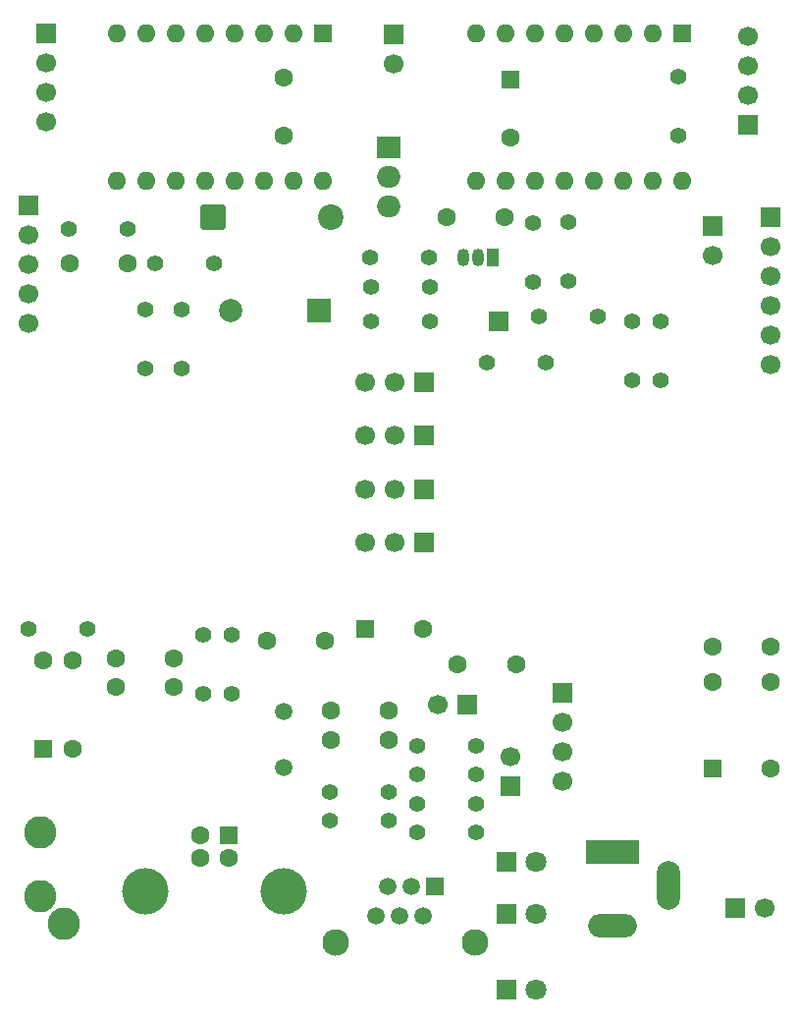
<source format=gbs>
%TF.GenerationSoftware,KiCad,Pcbnew,9.0.3*%
%TF.CreationDate,2025-07-31T09:26:23+09:00*%
%TF.ProjectId,OnStepJuwei17,4f6e5374-6570-44a7-9577-656931372e6b,rev?*%
%TF.SameCoordinates,Original*%
%TF.FileFunction,Soldermask,Bot*%
%TF.FilePolarity,Negative*%
%FSLAX46Y46*%
G04 Gerber Fmt 4.6, Leading zero omitted, Abs format (unit mm)*
G04 Created by KiCad (PCBNEW 9.0.3) date 2025-07-31 09:26:23*
%MOMM*%
%LPD*%
G01*
G04 APERTURE LIST*
G04 Aperture macros list*
%AMRoundRect*
0 Rectangle with rounded corners*
0 $1 Rounding radius*
0 $2 $3 $4 $5 $6 $7 $8 $9 X,Y pos of 4 corners*
0 Add a 4 corners polygon primitive as box body*
4,1,4,$2,$3,$4,$5,$6,$7,$8,$9,$2,$3,0*
0 Add four circle primitives for the rounded corners*
1,1,$1+$1,$2,$3*
1,1,$1+$1,$4,$5*
1,1,$1+$1,$6,$7*
1,1,$1+$1,$8,$9*
0 Add four rect primitives between the rounded corners*
20,1,$1+$1,$2,$3,$4,$5,0*
20,1,$1+$1,$4,$5,$6,$7,0*
20,1,$1+$1,$6,$7,$8,$9,0*
20,1,$1+$1,$8,$9,$2,$3,0*%
G04 Aperture macros list end*
%ADD10R,1.700000X1.700000*%
%ADD11C,1.700000*%
%ADD12C,1.600000*%
%ADD13C,1.400000*%
%ADD14R,4.600000X2.000000*%
%ADD15O,4.200000X2.000000*%
%ADD16O,2.000000X4.200000*%
%ADD17C,1.500000*%
%ADD18R,1.800000X1.800000*%
%ADD19C,1.800000*%
%ADD20RoundRect,0.249999X-0.850001X-0.850001X0.850001X-0.850001X0.850001X0.850001X-0.850001X0.850001X0*%
%ADD21C,2.200000*%
%ADD22RoundRect,0.250000X-0.550000X0.550000X-0.550000X-0.550000X0.550000X-0.550000X0.550000X0.550000X0*%
%ADD23R,2.000000X2.000000*%
%ADD24C,2.000000*%
%ADD25R,1.600000X1.600000*%
%ADD26C,4.000000*%
%ADD27RoundRect,0.250000X-0.550000X-0.550000X0.550000X-0.550000X0.550000X0.550000X-0.550000X0.550000X0*%
%ADD28O,1.600000X1.600000*%
%ADD29R,1.050000X1.500000*%
%ADD30O,1.050000X1.500000*%
%ADD31C,2.800000*%
%ADD32R,2.000000X1.905000*%
%ADD33O,2.000000X1.905000*%
%ADD34RoundRect,0.250000X0.550000X-0.550000X0.550000X0.550000X-0.550000X0.550000X-0.550000X-0.550000X0*%
%ADD35C,2.300000*%
%ADD36R,1.520000X1.520000*%
%ADD37C,1.520000*%
G04 APERTURE END LIST*
D10*
%TO.C,J8*%
X53500000Y-52690000D03*
D11*
X53500000Y-55230000D03*
X53500000Y-57770000D03*
X53500000Y-60310000D03*
%TD*%
D12*
%TO.C,C5*%
X78000000Y-111000000D03*
X83000000Y-111000000D03*
%TD*%
D10*
%TO.C,J9*%
X114000000Y-60540000D03*
D11*
X114000000Y-58000000D03*
X114000000Y-55460000D03*
X114000000Y-52920000D03*
%TD*%
D13*
%TO.C,R23*%
X86580000Y-77500000D03*
X81500000Y-77500000D03*
%TD*%
%TO.C,R9*%
X90540000Y-116500000D03*
X85460000Y-116500000D03*
%TD*%
D12*
%TO.C,C3*%
X59500000Y-109000000D03*
X64500000Y-109000000D03*
%TD*%
D13*
%TO.C,R5*%
X95500000Y-68960000D03*
X95500000Y-74040000D03*
%TD*%
D10*
%TO.C,J2*%
X111000000Y-69225000D03*
D11*
X111000000Y-71765000D03*
%TD*%
D12*
%TO.C,C1*%
X111000000Y-105500000D03*
X116000000Y-105500000D03*
%TD*%
D13*
%TO.C,R13*%
X68000000Y-72500000D03*
X62920000Y-72500000D03*
%TD*%
D14*
%TO.C,J15*%
X102350000Y-123200000D03*
D15*
X102350000Y-129500000D03*
D16*
X107150000Y-126100000D03*
%TD*%
D10*
%TO.C,J7*%
X93500000Y-117500000D03*
D11*
X93500000Y-114960000D03*
%TD*%
D10*
%TO.C,J12*%
X86080000Y-91910000D03*
D11*
X83540000Y-91910000D03*
X81000000Y-91910000D03*
%TD*%
D17*
%TO.C,Y1*%
X74000000Y-111060000D03*
X74000000Y-115940000D03*
%TD*%
D18*
%TO.C,D3*%
X93230000Y-128500000D03*
D19*
X95770000Y-128500000D03*
%TD*%
D13*
%TO.C,R10*%
X90540000Y-114000000D03*
X85460000Y-114000000D03*
%TD*%
D20*
%TO.C,D5*%
X67920000Y-68500000D03*
D21*
X78080000Y-68500000D03*
%TD*%
D12*
%TO.C,C12*%
X111000000Y-108500000D03*
X116000000Y-108500000D03*
%TD*%
D13*
%TO.C,R21*%
X86580000Y-74500000D03*
X81500000Y-74500000D03*
%TD*%
D10*
%TO.C,J18*%
X52000000Y-67460000D03*
D11*
X52000000Y-70000000D03*
X52000000Y-72540000D03*
X52000000Y-75080000D03*
X52000000Y-77620000D03*
%TD*%
D12*
%TO.C,C13*%
X74000000Y-56500000D03*
X74000000Y-61500000D03*
%TD*%
D13*
%TO.C,R18*%
X77960000Y-120500000D03*
X83040000Y-120500000D03*
%TD*%
D22*
%TO.C,C11*%
X93500000Y-56597349D03*
D12*
X93500000Y-61597349D03*
%TD*%
D13*
%TO.C,R12*%
X69500000Y-109580000D03*
X69500000Y-104500000D03*
%TD*%
D10*
%TO.C,J11*%
X86080000Y-87320000D03*
D11*
X83540000Y-87320000D03*
X81000000Y-87320000D03*
%TD*%
D23*
%TO.C,BZ1*%
X77000000Y-76500000D03*
D24*
X69400000Y-76500000D03*
%TD*%
D13*
%TO.C,R1*%
X104000000Y-77500000D03*
X104000000Y-82580000D03*
%TD*%
D12*
%TO.C,C4*%
X78000000Y-113500000D03*
X83000000Y-113500000D03*
%TD*%
D10*
%TO.C,J14*%
X116000000Y-68460000D03*
D11*
X116000000Y-71000000D03*
X116000000Y-73540000D03*
X116000000Y-76080000D03*
X116000000Y-78620000D03*
X116000000Y-81160000D03*
%TD*%
D25*
%TO.C,J5*%
X69250000Y-121712500D03*
D12*
X66750000Y-121712500D03*
X66750000Y-123712500D03*
X69250000Y-123712500D03*
D26*
X74000000Y-126572500D03*
X62000000Y-126572500D03*
%TD*%
D27*
%TO.C,C10*%
X111000000Y-116000000D03*
D12*
X116000000Y-116000000D03*
%TD*%
D25*
%TO.C,A2*%
X77390000Y-52660000D03*
D28*
X74850000Y-52660000D03*
X72310000Y-52660000D03*
X69770000Y-52660000D03*
X67230000Y-52660000D03*
X64690000Y-52660000D03*
X62150000Y-52660000D03*
X59610000Y-52660000D03*
X59610000Y-65360000D03*
X62150000Y-65360000D03*
X64690000Y-65360000D03*
X67230000Y-65360000D03*
X69770000Y-65360000D03*
X72310000Y-65360000D03*
X74850000Y-65360000D03*
X77390000Y-65360000D03*
%TD*%
D10*
%TO.C,J10*%
X86080000Y-82730000D03*
D11*
X83540000Y-82730000D03*
X81000000Y-82730000D03*
%TD*%
D13*
%TO.C,R19*%
X77960000Y-118000000D03*
X83040000Y-118000000D03*
%TD*%
D18*
%TO.C,D2*%
X93230000Y-135000000D03*
D19*
X95770000Y-135000000D03*
%TD*%
D13*
%TO.C,R6*%
X98500000Y-74000000D03*
X98500000Y-68920000D03*
%TD*%
%TO.C,R14*%
X65150000Y-76420000D03*
X65150000Y-81500000D03*
%TD*%
D29*
%TO.C,Q2*%
X92040000Y-72000000D03*
D30*
X90770000Y-72000000D03*
X89500000Y-72000000D03*
%TD*%
D25*
%TO.C,A1*%
X108390000Y-52660000D03*
D28*
X105850000Y-52660000D03*
X103310000Y-52660000D03*
X100770000Y-52660000D03*
X98230000Y-52660000D03*
X95690000Y-52660000D03*
X93150000Y-52660000D03*
X90610000Y-52660000D03*
X90610000Y-65360000D03*
X93150000Y-65360000D03*
X95690000Y-65360000D03*
X98230000Y-65360000D03*
X100770000Y-65360000D03*
X103310000Y-65360000D03*
X105850000Y-65360000D03*
X108390000Y-65360000D03*
%TD*%
D12*
%TO.C,C2*%
X59500000Y-106500000D03*
X64500000Y-106500000D03*
%TD*%
D13*
%TO.C,R8*%
X90540000Y-119000000D03*
X85460000Y-119000000D03*
%TD*%
D10*
%TO.C,J3*%
X92500000Y-77500000D03*
%TD*%
D13*
%TO.C,R7*%
X90540000Y-121500000D03*
X85460000Y-121500000D03*
%TD*%
D12*
%TO.C,C7*%
X55500000Y-72500000D03*
X60500000Y-72500000D03*
%TD*%
D31*
%TO.C,J20*%
X53000000Y-121500000D03*
X55000000Y-129400000D03*
X53000000Y-127000000D03*
%TD*%
D10*
%TO.C,J19*%
X83500000Y-52725000D03*
D11*
X83500000Y-55265000D03*
%TD*%
D10*
%TO.C,J13*%
X86080000Y-96500000D03*
D11*
X83540000Y-96500000D03*
X81000000Y-96500000D03*
%TD*%
D13*
%TO.C,R20*%
X55460000Y-69500000D03*
X60540000Y-69500000D03*
%TD*%
D32*
%TO.C,Q1*%
X83000000Y-62500000D03*
D33*
X83000000Y-65040000D03*
X83000000Y-67580000D03*
%TD*%
D13*
%TO.C,R2*%
X106500000Y-82540000D03*
X106500000Y-77460000D03*
%TD*%
D34*
%TO.C,U6*%
X53225000Y-114305000D03*
D12*
X55765000Y-114305000D03*
X55765000Y-106685000D03*
X53225000Y-106685000D03*
%TD*%
%TO.C,C8*%
X88000000Y-68500000D03*
X93000000Y-68500000D03*
%TD*%
%TO.C,C14*%
X89000000Y-107000000D03*
X94000000Y-107000000D03*
%TD*%
D13*
%TO.C,R22*%
X86500000Y-72000000D03*
X81420000Y-72000000D03*
%TD*%
%TO.C,R11*%
X67000000Y-104500000D03*
X67000000Y-109580000D03*
%TD*%
%TO.C,R16*%
X91500000Y-81000000D03*
X96580000Y-81000000D03*
%TD*%
D12*
%TO.C,C6*%
X72500000Y-105000000D03*
X77500000Y-105000000D03*
%TD*%
D13*
%TO.C,R15*%
X62000000Y-76420000D03*
X62000000Y-81500000D03*
%TD*%
D10*
%TO.C,J6*%
X98000000Y-109460000D03*
D11*
X98000000Y-112000000D03*
X98000000Y-114540000D03*
X98000000Y-117080000D03*
%TD*%
D13*
%TO.C,R4*%
X96000000Y-77000000D03*
X101080000Y-77000000D03*
%TD*%
%TO.C,R17*%
X52000000Y-104000000D03*
X57080000Y-104000000D03*
%TD*%
D18*
%TO.C,D1*%
X93230000Y-124000000D03*
D19*
X95770000Y-124000000D03*
%TD*%
D10*
%TO.C,J16*%
X112960000Y-128000000D03*
D11*
X115500000Y-128000000D03*
%TD*%
D10*
%TO.C,J4*%
X89775000Y-110500000D03*
D11*
X87235000Y-110500000D03*
%TD*%
D27*
%TO.C,C9*%
X81000000Y-104000000D03*
D12*
X86000000Y-104000000D03*
%TD*%
D35*
%TO.C,J1*%
X78500000Y-131000000D03*
X90500000Y-131000000D03*
D36*
X87050000Y-126160000D03*
D37*
X86030000Y-128700000D03*
X85010000Y-126160000D03*
X83990000Y-128700000D03*
X82970000Y-126160000D03*
X81950000Y-128700000D03*
%TD*%
D13*
%TO.C,R3*%
X108000000Y-56420000D03*
X108000000Y-61500000D03*
%TD*%
M02*

</source>
